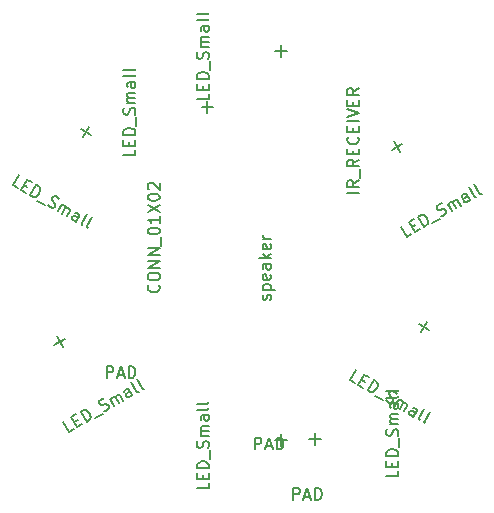
<source format=gbr>
G04 #@! TF.FileFunction,Other,Fab,Top*
%FSLAX46Y46*%
G04 Gerber Fmt 4.6, Leading zero omitted, Abs format (unit mm)*
G04 Created by KiCad (PCBNEW 4.0.4+dfsg1-stable) date Thu Jan 19 15:29:11 2017*
%MOMM*%
%LPD*%
G01*
G04 APERTURE LIST*
%ADD10C,0.100000*%
%ADD11C,0.150000*%
G04 APERTURE END LIST*
D10*
D11*
X14762981Y-5931443D02*
X13896956Y-5431443D01*
X14079968Y-6114456D02*
X14579968Y-5248430D01*
X5154100Y-14707300D02*
X5154100Y-15707300D01*
X5654100Y-15207300D02*
X4654100Y-15207300D01*
X2250000Y-15760000D02*
X2250000Y-14760000D01*
X1750000Y-15260000D02*
X2750000Y-15260000D01*
X-16062019Y-6681443D02*
X-16928044Y-7181443D01*
X-16245032Y-7364456D02*
X-16745032Y-6498430D01*
X-13812019Y10578557D02*
X-14678044Y11078557D01*
X-14495032Y10395544D02*
X-13995032Y11261570D01*
X-3973000Y12459400D02*
X-3973000Y13459400D01*
X-4473000Y12959400D02*
X-3473000Y12959400D01*
X2250000Y17196500D02*
X2250000Y18196500D01*
X1750000Y17696500D02*
X2750000Y17696500D01*
X12512981Y9828557D02*
X11646956Y9328557D01*
X12329968Y9145544D02*
X11829968Y10011570D01*
X-12508716Y-10025641D02*
X-12508716Y-9025641D01*
X-12127763Y-9025641D01*
X-12032525Y-9073260D01*
X-11984906Y-9120879D01*
X-11937287Y-9216117D01*
X-11937287Y-9358974D01*
X-11984906Y-9454212D01*
X-12032525Y-9501831D01*
X-12127763Y-9549450D01*
X-12508716Y-9549450D01*
X-11556335Y-9739927D02*
X-11080144Y-9739927D01*
X-11651573Y-10025641D02*
X-11318240Y-9025641D01*
X-10984906Y-10025641D01*
X-10651573Y-10025641D02*
X-10651573Y-9025641D01*
X-10413478Y-9025641D01*
X-10270620Y-9073260D01*
X-10175382Y-9168498D01*
X-10127763Y-9263736D01*
X-10080144Y-9454212D01*
X-10080144Y-9597070D01*
X-10127763Y-9787546D01*
X-10175382Y-9882784D01*
X-10270620Y-9978022D01*
X-10413478Y-10025641D01*
X-10651573Y-10025641D01*
X1331862Y-3401677D02*
X1379481Y-3306439D01*
X1379481Y-3115963D01*
X1331862Y-3020724D01*
X1236624Y-2973105D01*
X1189005Y-2973105D01*
X1093767Y-3020724D01*
X1046148Y-3115963D01*
X1046148Y-3258820D01*
X998529Y-3354058D01*
X903290Y-3401677D01*
X855671Y-3401677D01*
X760433Y-3354058D01*
X712814Y-3258820D01*
X712814Y-3115963D01*
X760433Y-3020724D01*
X712814Y-2544534D02*
X1712814Y-2544534D01*
X760433Y-2544534D02*
X712814Y-2449296D01*
X712814Y-2258819D01*
X760433Y-2163581D01*
X808052Y-2115962D01*
X903290Y-2068343D01*
X1189005Y-2068343D01*
X1284243Y-2115962D01*
X1331862Y-2163581D01*
X1379481Y-2258819D01*
X1379481Y-2449296D01*
X1331862Y-2544534D01*
X1331862Y-1258819D02*
X1379481Y-1354057D01*
X1379481Y-1544534D01*
X1331862Y-1639772D01*
X1236624Y-1687391D01*
X855671Y-1687391D01*
X760433Y-1639772D01*
X712814Y-1544534D01*
X712814Y-1354057D01*
X760433Y-1258819D01*
X855671Y-1211200D01*
X950910Y-1211200D01*
X1046148Y-1687391D01*
X1379481Y-354057D02*
X855671Y-354057D01*
X760433Y-401676D01*
X712814Y-496914D01*
X712814Y-687391D01*
X760433Y-782629D01*
X1331862Y-354057D02*
X1379481Y-449295D01*
X1379481Y-687391D01*
X1331862Y-782629D01*
X1236624Y-830248D01*
X1141386Y-830248D01*
X1046148Y-782629D01*
X998529Y-687391D01*
X998529Y-449295D01*
X950910Y-354057D01*
X1379481Y122133D02*
X379481Y122133D01*
X998529Y217371D02*
X1379481Y503086D01*
X712814Y503086D02*
X1093767Y122133D01*
X1331862Y1312610D02*
X1379481Y1217372D01*
X1379481Y1026895D01*
X1331862Y931657D01*
X1236624Y884038D01*
X855671Y884038D01*
X760433Y931657D01*
X712814Y1026895D01*
X712814Y1217372D01*
X760433Y1312610D01*
X855671Y1360229D01*
X950910Y1360229D01*
X1046148Y884038D01*
X1379481Y1788800D02*
X712814Y1788800D01*
X903290Y1788800D02*
X808052Y1836419D01*
X760433Y1884038D01*
X712814Y1979276D01*
X712814Y2074515D01*
X-8117857Y-2139309D02*
X-8070238Y-2186928D01*
X-8022619Y-2329785D01*
X-8022619Y-2425023D01*
X-8070238Y-2567881D01*
X-8165476Y-2663119D01*
X-8260714Y-2710738D01*
X-8451190Y-2758357D01*
X-8594048Y-2758357D01*
X-8784524Y-2710738D01*
X-8879762Y-2663119D01*
X-8975000Y-2567881D01*
X-9022619Y-2425023D01*
X-9022619Y-2329785D01*
X-8975000Y-2186928D01*
X-8927381Y-2139309D01*
X-9022619Y-1520262D02*
X-9022619Y-1329785D01*
X-8975000Y-1234547D01*
X-8879762Y-1139309D01*
X-8689286Y-1091690D01*
X-8355952Y-1091690D01*
X-8165476Y-1139309D01*
X-8070238Y-1234547D01*
X-8022619Y-1329785D01*
X-8022619Y-1520262D01*
X-8070238Y-1615500D01*
X-8165476Y-1710738D01*
X-8355952Y-1758357D01*
X-8689286Y-1758357D01*
X-8879762Y-1710738D01*
X-8975000Y-1615500D01*
X-9022619Y-1520262D01*
X-8022619Y-663119D02*
X-9022619Y-663119D01*
X-8022619Y-91690D01*
X-9022619Y-91690D01*
X-8022619Y384500D02*
X-9022619Y384500D01*
X-8022619Y955929D01*
X-9022619Y955929D01*
X-7927381Y1194024D02*
X-7927381Y1955929D01*
X-9022619Y2384500D02*
X-9022619Y2479739D01*
X-8975000Y2574977D01*
X-8927381Y2622596D01*
X-8832143Y2670215D01*
X-8641667Y2717834D01*
X-8403571Y2717834D01*
X-8213095Y2670215D01*
X-8117857Y2622596D01*
X-8070238Y2574977D01*
X-8022619Y2479739D01*
X-8022619Y2384500D01*
X-8070238Y2289262D01*
X-8117857Y2241643D01*
X-8213095Y2194024D01*
X-8403571Y2146405D01*
X-8641667Y2146405D01*
X-8832143Y2194024D01*
X-8927381Y2241643D01*
X-8975000Y2289262D01*
X-9022619Y2384500D01*
X-8022619Y3670215D02*
X-8022619Y3098786D01*
X-8022619Y3384500D02*
X-9022619Y3384500D01*
X-8879762Y3289262D01*
X-8784524Y3194024D01*
X-8736905Y3098786D01*
X-9022619Y4003548D02*
X-8022619Y4670215D01*
X-9022619Y4670215D02*
X-8022619Y4003548D01*
X-9022619Y5241643D02*
X-9022619Y5336882D01*
X-8975000Y5432120D01*
X-8927381Y5479739D01*
X-8832143Y5527358D01*
X-8641667Y5574977D01*
X-8403571Y5574977D01*
X-8213095Y5527358D01*
X-8117857Y5479739D01*
X-8070238Y5432120D01*
X-8022619Y5336882D01*
X-8022619Y5241643D01*
X-8070238Y5146405D01*
X-8117857Y5098786D01*
X-8213095Y5051167D01*
X-8403571Y5003548D01*
X-8641667Y5003548D01*
X-8832143Y5051167D01*
X-8927381Y5098786D01*
X-8975000Y5146405D01*
X-9022619Y5241643D01*
X-8927381Y5955929D02*
X-8975000Y6003548D01*
X-9022619Y6098786D01*
X-9022619Y6336882D01*
X-8975000Y6432120D01*
X-8927381Y6479739D01*
X-8832143Y6527358D01*
X-8736905Y6527358D01*
X-8594048Y6479739D01*
X-8022619Y5908310D01*
X-8022619Y6527358D01*
X8839461Y5671418D02*
X7839461Y5671418D01*
X8839461Y6719037D02*
X8363270Y6385703D01*
X8839461Y6147608D02*
X7839461Y6147608D01*
X7839461Y6528561D01*
X7887080Y6623799D01*
X7934699Y6671418D01*
X8029937Y6719037D01*
X8172794Y6719037D01*
X8268032Y6671418D01*
X8315651Y6623799D01*
X8363270Y6528561D01*
X8363270Y6147608D01*
X8934699Y6909513D02*
X8934699Y7671418D01*
X8839461Y8480942D02*
X8363270Y8147608D01*
X8839461Y7909513D02*
X7839461Y7909513D01*
X7839461Y8290466D01*
X7887080Y8385704D01*
X7934699Y8433323D01*
X8029937Y8480942D01*
X8172794Y8480942D01*
X8268032Y8433323D01*
X8315651Y8385704D01*
X8363270Y8290466D01*
X8363270Y7909513D01*
X8315651Y8909513D02*
X8315651Y9242847D01*
X8839461Y9385704D02*
X8839461Y8909513D01*
X7839461Y8909513D01*
X7839461Y9385704D01*
X8744223Y10385704D02*
X8791842Y10338085D01*
X8839461Y10195228D01*
X8839461Y10099990D01*
X8791842Y9957132D01*
X8696604Y9861894D01*
X8601366Y9814275D01*
X8410890Y9766656D01*
X8268032Y9766656D01*
X8077556Y9814275D01*
X7982318Y9861894D01*
X7887080Y9957132D01*
X7839461Y10099990D01*
X7839461Y10195228D01*
X7887080Y10338085D01*
X7934699Y10385704D01*
X8315651Y10814275D02*
X8315651Y11147609D01*
X8839461Y11290466D02*
X8839461Y10814275D01*
X7839461Y10814275D01*
X7839461Y11290466D01*
X8839461Y11719037D02*
X7839461Y11719037D01*
X7839461Y12052370D02*
X8839461Y12385703D01*
X7839461Y12719037D01*
X8315651Y13052370D02*
X8315651Y13385704D01*
X8839461Y13528561D02*
X8839461Y13052370D01*
X7839461Y13052370D01*
X7839461Y13528561D01*
X8839461Y14528561D02*
X8363270Y14195227D01*
X8839461Y13957132D02*
X7839461Y13957132D01*
X7839461Y14338085D01*
X7887080Y14433323D01*
X7934699Y14480942D01*
X8029937Y14528561D01*
X8172794Y14528561D01*
X8268032Y14480942D01*
X8315651Y14433323D01*
X8363270Y14338085D01*
X8363270Y13957132D01*
X3277384Y-20335501D02*
X3277384Y-19335501D01*
X3658337Y-19335501D01*
X3753575Y-19383120D01*
X3801194Y-19430739D01*
X3848813Y-19525977D01*
X3848813Y-19668834D01*
X3801194Y-19764072D01*
X3753575Y-19811691D01*
X3658337Y-19859310D01*
X3277384Y-19859310D01*
X4229765Y-20049787D02*
X4705956Y-20049787D01*
X4134527Y-20335501D02*
X4467860Y-19335501D01*
X4801194Y-20335501D01*
X5134527Y-20335501D02*
X5134527Y-19335501D01*
X5372622Y-19335501D01*
X5515480Y-19383120D01*
X5610718Y-19478358D01*
X5658337Y-19573596D01*
X5705956Y-19764072D01*
X5705956Y-19906930D01*
X5658337Y-20097406D01*
X5610718Y-20192644D01*
X5515480Y-20287882D01*
X5372622Y-20335501D01*
X5134527Y-20335501D01*
X16024Y-16060681D02*
X16024Y-15060681D01*
X396977Y-15060681D01*
X492215Y-15108300D01*
X539834Y-15155919D01*
X587453Y-15251157D01*
X587453Y-15394014D01*
X539834Y-15489252D01*
X492215Y-15536871D01*
X396977Y-15584490D01*
X16024Y-15584490D01*
X968405Y-15774967D02*
X1444596Y-15774967D01*
X873167Y-16060681D02*
X1206500Y-15060681D01*
X1539834Y-16060681D01*
X1873167Y-16060681D02*
X1873167Y-15060681D01*
X2111262Y-15060681D01*
X2254120Y-15108300D01*
X2349358Y-15203538D01*
X2396977Y-15298776D01*
X2444596Y-15489252D01*
X2444596Y-15632110D01*
X2396977Y-15822586D01*
X2349358Y-15917824D01*
X2254120Y-16013062D01*
X2111262Y-16060681D01*
X1873167Y-16060681D01*
X8520604Y-10433843D02*
X8108211Y-10195747D01*
X8608211Y-9329722D01*
X9071184Y-10146877D02*
X9359860Y-10313544D01*
X9221673Y-10838605D02*
X8809279Y-10600509D01*
X9309279Y-9734484D01*
X9721673Y-9972580D01*
X9592826Y-11052890D02*
X10092826Y-10186865D01*
X10299023Y-10305913D01*
X10398932Y-10418581D01*
X10433791Y-10548678D01*
X10427411Y-10654966D01*
X10373413Y-10843733D01*
X10301984Y-10967452D01*
X10165506Y-11108599D01*
X10076648Y-11167268D01*
X9946551Y-11202128D01*
X9799023Y-11171938D01*
X9592826Y-11052890D01*
X10205036Y-11516321D02*
X10864865Y-11897274D01*
X11101251Y-11868794D02*
X11201159Y-11981462D01*
X11407356Y-12100510D01*
X11513644Y-12106890D01*
X11578693Y-12089460D01*
X11667551Y-12030791D01*
X11715170Y-11948312D01*
X11721550Y-11842024D01*
X11704120Y-11776976D01*
X11645452Y-11688116D01*
X11504303Y-11551639D01*
X11445634Y-11462780D01*
X11428205Y-11397732D01*
X11434584Y-11291444D01*
X11482203Y-11208965D01*
X11571062Y-11150296D01*
X11636110Y-11132866D01*
X11742398Y-11139246D01*
X11948596Y-11258294D01*
X12048504Y-11370962D01*
X11943467Y-12410033D02*
X12276800Y-11832683D01*
X12229181Y-11915161D02*
X12294230Y-11897732D01*
X12400518Y-11904111D01*
X12524237Y-11975540D01*
X12582906Y-12064399D01*
X12576526Y-12170687D01*
X12314621Y-12624319D01*
X12576526Y-12170687D02*
X12665384Y-12112018D01*
X12771672Y-12118397D01*
X12895390Y-12189826D01*
X12954059Y-12278684D01*
X12947679Y-12384972D01*
X12685774Y-12838605D01*
X13469321Y-13290986D02*
X13731226Y-12837353D01*
X13737606Y-12731065D01*
X13678937Y-12642207D01*
X13513979Y-12546968D01*
X13407691Y-12540589D01*
X13493131Y-13249747D02*
X13386843Y-13243367D01*
X13180646Y-13124319D01*
X13121977Y-13035461D01*
X13128356Y-12929173D01*
X13175975Y-12846694D01*
X13264834Y-12788025D01*
X13371122Y-12794405D01*
X13577319Y-12913453D01*
X13683607Y-12919833D01*
X14005432Y-13600509D02*
X13946763Y-13511651D01*
X13953142Y-13405363D01*
X14381714Y-12663056D01*
X14459065Y-13862414D02*
X14400396Y-13773556D01*
X14406775Y-13667268D01*
X14835347Y-12924961D01*
X12174481Y-17862157D02*
X12174481Y-18338348D01*
X11174481Y-18338348D01*
X11650671Y-17528824D02*
X11650671Y-17195490D01*
X12174481Y-17052633D02*
X12174481Y-17528824D01*
X11174481Y-17528824D01*
X11174481Y-17052633D01*
X12174481Y-16624062D02*
X11174481Y-16624062D01*
X11174481Y-16385967D01*
X11222100Y-16243109D01*
X11317338Y-16147871D01*
X11412576Y-16100252D01*
X11603052Y-16052633D01*
X11745910Y-16052633D01*
X11936386Y-16100252D01*
X12031624Y-16147871D01*
X12126862Y-16243109D01*
X12174481Y-16385967D01*
X12174481Y-16624062D01*
X12269719Y-15862157D02*
X12269719Y-15100252D01*
X12126862Y-14909776D02*
X12174481Y-14766919D01*
X12174481Y-14528823D01*
X12126862Y-14433585D01*
X12079243Y-14385966D01*
X11984005Y-14338347D01*
X11888767Y-14338347D01*
X11793529Y-14385966D01*
X11745910Y-14433585D01*
X11698290Y-14528823D01*
X11650671Y-14719300D01*
X11603052Y-14814538D01*
X11555433Y-14862157D01*
X11460195Y-14909776D01*
X11364957Y-14909776D01*
X11269719Y-14862157D01*
X11222100Y-14814538D01*
X11174481Y-14719300D01*
X11174481Y-14481204D01*
X11222100Y-14338347D01*
X12174481Y-13909776D02*
X11507814Y-13909776D01*
X11603052Y-13909776D02*
X11555433Y-13862157D01*
X11507814Y-13766919D01*
X11507814Y-13624061D01*
X11555433Y-13528823D01*
X11650671Y-13481204D01*
X12174481Y-13481204D01*
X11650671Y-13481204D02*
X11555433Y-13433585D01*
X11507814Y-13338347D01*
X11507814Y-13195490D01*
X11555433Y-13100252D01*
X11650671Y-13052633D01*
X12174481Y-13052633D01*
X12174481Y-12147871D02*
X11650671Y-12147871D01*
X11555433Y-12195490D01*
X11507814Y-12290728D01*
X11507814Y-12481205D01*
X11555433Y-12576443D01*
X12126862Y-12147871D02*
X12174481Y-12243109D01*
X12174481Y-12481205D01*
X12126862Y-12576443D01*
X12031624Y-12624062D01*
X11936386Y-12624062D01*
X11841148Y-12576443D01*
X11793529Y-12481205D01*
X11793529Y-12243109D01*
X11745910Y-12147871D01*
X12174481Y-11528824D02*
X12126862Y-11624062D01*
X12031624Y-11671681D01*
X11174481Y-11671681D01*
X12174481Y-11005014D02*
X12126862Y-11100252D01*
X12031624Y-11147871D01*
X11174481Y-11147871D01*
X-3865619Y-18890857D02*
X-3865619Y-19367048D01*
X-4865619Y-19367048D01*
X-4389429Y-18557524D02*
X-4389429Y-18224190D01*
X-3865619Y-18081333D02*
X-3865619Y-18557524D01*
X-4865619Y-18557524D01*
X-4865619Y-18081333D01*
X-3865619Y-17652762D02*
X-4865619Y-17652762D01*
X-4865619Y-17414667D01*
X-4818000Y-17271809D01*
X-4722762Y-17176571D01*
X-4627524Y-17128952D01*
X-4437048Y-17081333D01*
X-4294190Y-17081333D01*
X-4103714Y-17128952D01*
X-4008476Y-17176571D01*
X-3913238Y-17271809D01*
X-3865619Y-17414667D01*
X-3865619Y-17652762D01*
X-3770381Y-16890857D02*
X-3770381Y-16128952D01*
X-3913238Y-15938476D02*
X-3865619Y-15795619D01*
X-3865619Y-15557523D01*
X-3913238Y-15462285D01*
X-3960857Y-15414666D01*
X-4056095Y-15367047D01*
X-4151333Y-15367047D01*
X-4246571Y-15414666D01*
X-4294190Y-15462285D01*
X-4341810Y-15557523D01*
X-4389429Y-15748000D01*
X-4437048Y-15843238D01*
X-4484667Y-15890857D01*
X-4579905Y-15938476D01*
X-4675143Y-15938476D01*
X-4770381Y-15890857D01*
X-4818000Y-15843238D01*
X-4865619Y-15748000D01*
X-4865619Y-15509904D01*
X-4818000Y-15367047D01*
X-3865619Y-14938476D02*
X-4532286Y-14938476D01*
X-4437048Y-14938476D02*
X-4484667Y-14890857D01*
X-4532286Y-14795619D01*
X-4532286Y-14652761D01*
X-4484667Y-14557523D01*
X-4389429Y-14509904D01*
X-3865619Y-14509904D01*
X-4389429Y-14509904D02*
X-4484667Y-14462285D01*
X-4532286Y-14367047D01*
X-4532286Y-14224190D01*
X-4484667Y-14128952D01*
X-4389429Y-14081333D01*
X-3865619Y-14081333D01*
X-3865619Y-13176571D02*
X-4389429Y-13176571D01*
X-4484667Y-13224190D01*
X-4532286Y-13319428D01*
X-4532286Y-13509905D01*
X-4484667Y-13605143D01*
X-3913238Y-13176571D02*
X-3865619Y-13271809D01*
X-3865619Y-13509905D01*
X-3913238Y-13605143D01*
X-4008476Y-13652762D01*
X-4103714Y-13652762D01*
X-4198952Y-13605143D01*
X-4246571Y-13509905D01*
X-4246571Y-13271809D01*
X-4294190Y-13176571D01*
X-3865619Y-12557524D02*
X-3913238Y-12652762D01*
X-4008476Y-12700381D01*
X-4865619Y-12700381D01*
X-3865619Y-12033714D02*
X-3913238Y-12128952D01*
X-4008476Y-12176571D01*
X-4865619Y-12176571D01*
X-15284015Y-14338700D02*
X-15696408Y-14576795D01*
X-16196408Y-13710770D01*
X-15257245Y-13718401D02*
X-14968569Y-13551734D01*
X-14582946Y-13933938D02*
X-14995340Y-14172033D01*
X-15495340Y-13306008D01*
X-15082946Y-13067913D01*
X-14211793Y-13719652D02*
X-14711793Y-12853627D01*
X-14505596Y-12734580D01*
X-14358068Y-12704390D01*
X-14227971Y-12739249D01*
X-14139113Y-12797918D01*
X-14002635Y-12939066D01*
X-13931206Y-13062785D01*
X-13877208Y-13251551D01*
X-13870828Y-13357839D01*
X-13905687Y-13487937D01*
X-14005596Y-13600605D01*
X-14211793Y-13719652D01*
X-13504345Y-13421178D02*
X-12844516Y-13040226D01*
X-12750987Y-12821270D02*
X-12603460Y-12791081D01*
X-12397263Y-12672033D01*
X-12338594Y-12583175D01*
X-12321164Y-12518126D01*
X-12327544Y-12411838D01*
X-12375163Y-12329359D01*
X-12464021Y-12270690D01*
X-12529070Y-12253261D01*
X-12635358Y-12259639D01*
X-12824125Y-12313639D01*
X-12930414Y-12320018D01*
X-12995462Y-12302589D01*
X-13084321Y-12243920D01*
X-13131940Y-12161441D01*
X-13138319Y-12055153D01*
X-13120890Y-11990104D01*
X-13062220Y-11901246D01*
X-12856023Y-11782198D01*
X-12708496Y-11752009D01*
X-11861152Y-12362509D02*
X-12194486Y-11785159D01*
X-12146867Y-11867637D02*
X-12129437Y-11802589D01*
X-12070768Y-11713730D01*
X-11947049Y-11642301D01*
X-11840761Y-11635922D01*
X-11751903Y-11694591D01*
X-11489998Y-12148223D01*
X-11751903Y-11694591D02*
X-11758283Y-11588303D01*
X-11699614Y-11499444D01*
X-11575896Y-11428016D01*
X-11469608Y-11421636D01*
X-11380750Y-11480305D01*
X-11118845Y-11933938D01*
X-10335298Y-11481557D02*
X-10597203Y-11027924D01*
X-10686061Y-10969255D01*
X-10792349Y-10975635D01*
X-10957307Y-11070873D01*
X-11015976Y-11159732D01*
X-10359107Y-11440318D02*
X-10417776Y-11529176D01*
X-10623973Y-11648224D01*
X-10730261Y-11654604D01*
X-10819120Y-11595935D01*
X-10866739Y-11513456D01*
X-10873118Y-11407168D01*
X-10814449Y-11318310D01*
X-10608252Y-11199262D01*
X-10549583Y-11110404D01*
X-9799187Y-11172033D02*
X-9905475Y-11178413D01*
X-9994334Y-11119744D01*
X-10422905Y-10377437D01*
X-9345554Y-10910128D02*
X-9451842Y-10916508D01*
X-9540701Y-10857839D01*
X-9969272Y-10115532D01*
X-20054396Y6076157D02*
X-20466789Y6314253D01*
X-19966789Y7180278D01*
X-19503816Y6363123D02*
X-19215140Y6196456D01*
X-19353327Y5671395D02*
X-19765721Y5909491D01*
X-19265721Y6775516D01*
X-18853327Y6537420D01*
X-18982174Y5457110D02*
X-18482174Y6323135D01*
X-18275977Y6204087D01*
X-18176068Y6091419D01*
X-18141209Y5961322D01*
X-18147589Y5855034D01*
X-18201587Y5666267D01*
X-18273016Y5542548D01*
X-18409494Y5401401D01*
X-18498352Y5342732D01*
X-18628449Y5307872D01*
X-18775977Y5338062D01*
X-18982174Y5457110D01*
X-18369964Y4993679D02*
X-17710135Y4612726D01*
X-17473749Y4641206D02*
X-17373841Y4528538D01*
X-17167644Y4409490D01*
X-17061356Y4403110D01*
X-16996307Y4420540D01*
X-16907449Y4479209D01*
X-16859830Y4561688D01*
X-16853450Y4667976D01*
X-16870880Y4733024D01*
X-16929548Y4821884D01*
X-17070697Y4958361D01*
X-17129366Y5047220D01*
X-17146795Y5112268D01*
X-17140416Y5218556D01*
X-17092797Y5301035D01*
X-17003938Y5359704D01*
X-16938890Y5377134D01*
X-16832602Y5370754D01*
X-16626404Y5251706D01*
X-16526496Y5139038D01*
X-16631533Y4099967D02*
X-16298200Y4677317D01*
X-16345819Y4594839D02*
X-16280770Y4612268D01*
X-16174482Y4605889D01*
X-16050763Y4534460D01*
X-15992094Y4445601D01*
X-15998474Y4339313D01*
X-16260379Y3885681D01*
X-15998474Y4339313D02*
X-15909616Y4397982D01*
X-15803328Y4391603D01*
X-15679610Y4320174D01*
X-15620941Y4231316D01*
X-15627321Y4125028D01*
X-15889226Y3671395D01*
X-15105679Y3219014D02*
X-14843774Y3672647D01*
X-14837394Y3778935D01*
X-14896063Y3867793D01*
X-15061021Y3963032D01*
X-15167309Y3969411D01*
X-15081869Y3260253D02*
X-15188157Y3266633D01*
X-15394354Y3385681D01*
X-15453023Y3474539D01*
X-15446644Y3580827D01*
X-15399025Y3663306D01*
X-15310166Y3721975D01*
X-15203878Y3715595D01*
X-14997681Y3596547D01*
X-14891393Y3590167D01*
X-14569568Y2909491D02*
X-14628237Y2998349D01*
X-14621858Y3104637D01*
X-14193286Y3846944D01*
X-14115935Y2647586D02*
X-14174604Y2736444D01*
X-14168225Y2842732D01*
X-13739653Y3585039D01*
X-10088619Y9328543D02*
X-10088619Y8852352D01*
X-11088619Y8852352D01*
X-10612429Y9661876D02*
X-10612429Y9995210D01*
X-10088619Y10138067D02*
X-10088619Y9661876D01*
X-11088619Y9661876D01*
X-11088619Y10138067D01*
X-10088619Y10566638D02*
X-11088619Y10566638D01*
X-11088619Y10804733D01*
X-11041000Y10947591D01*
X-10945762Y11042829D01*
X-10850524Y11090448D01*
X-10660048Y11138067D01*
X-10517190Y11138067D01*
X-10326714Y11090448D01*
X-10231476Y11042829D01*
X-10136238Y10947591D01*
X-10088619Y10804733D01*
X-10088619Y10566638D01*
X-9993381Y11328543D02*
X-9993381Y12090448D01*
X-10136238Y12280924D02*
X-10088619Y12423781D01*
X-10088619Y12661877D01*
X-10136238Y12757115D01*
X-10183857Y12804734D01*
X-10279095Y12852353D01*
X-10374333Y12852353D01*
X-10469571Y12804734D01*
X-10517190Y12757115D01*
X-10564810Y12661877D01*
X-10612429Y12471400D01*
X-10660048Y12376162D01*
X-10707667Y12328543D01*
X-10802905Y12280924D01*
X-10898143Y12280924D01*
X-10993381Y12328543D01*
X-11041000Y12376162D01*
X-11088619Y12471400D01*
X-11088619Y12709496D01*
X-11041000Y12852353D01*
X-10088619Y13280924D02*
X-10755286Y13280924D01*
X-10660048Y13280924D02*
X-10707667Y13328543D01*
X-10755286Y13423781D01*
X-10755286Y13566639D01*
X-10707667Y13661877D01*
X-10612429Y13709496D01*
X-10088619Y13709496D01*
X-10612429Y13709496D02*
X-10707667Y13757115D01*
X-10755286Y13852353D01*
X-10755286Y13995210D01*
X-10707667Y14090448D01*
X-10612429Y14138067D01*
X-10088619Y14138067D01*
X-10088619Y15042829D02*
X-10612429Y15042829D01*
X-10707667Y14995210D01*
X-10755286Y14899972D01*
X-10755286Y14709495D01*
X-10707667Y14614257D01*
X-10136238Y15042829D02*
X-10088619Y14947591D01*
X-10088619Y14709495D01*
X-10136238Y14614257D01*
X-10231476Y14566638D01*
X-10326714Y14566638D01*
X-10421952Y14614257D01*
X-10469571Y14709495D01*
X-10469571Y14947591D01*
X-10517190Y15042829D01*
X-10088619Y15661876D02*
X-10136238Y15566638D01*
X-10231476Y15519019D01*
X-11088619Y15519019D01*
X-10088619Y16185686D02*
X-10136238Y16090448D01*
X-10231476Y16042829D01*
X-11088619Y16042829D01*
X-3865619Y14065643D02*
X-3865619Y13589452D01*
X-4865619Y13589452D01*
X-4389429Y14398976D02*
X-4389429Y14732310D01*
X-3865619Y14875167D02*
X-3865619Y14398976D01*
X-4865619Y14398976D01*
X-4865619Y14875167D01*
X-3865619Y15303738D02*
X-4865619Y15303738D01*
X-4865619Y15541833D01*
X-4818000Y15684691D01*
X-4722762Y15779929D01*
X-4627524Y15827548D01*
X-4437048Y15875167D01*
X-4294190Y15875167D01*
X-4103714Y15827548D01*
X-4008476Y15779929D01*
X-3913238Y15684691D01*
X-3865619Y15541833D01*
X-3865619Y15303738D01*
X-3770381Y16065643D02*
X-3770381Y16827548D01*
X-3913238Y17018024D02*
X-3865619Y17160881D01*
X-3865619Y17398977D01*
X-3913238Y17494215D01*
X-3960857Y17541834D01*
X-4056095Y17589453D01*
X-4151333Y17589453D01*
X-4246571Y17541834D01*
X-4294190Y17494215D01*
X-4341810Y17398977D01*
X-4389429Y17208500D01*
X-4437048Y17113262D01*
X-4484667Y17065643D01*
X-4579905Y17018024D01*
X-4675143Y17018024D01*
X-4770381Y17065643D01*
X-4818000Y17113262D01*
X-4865619Y17208500D01*
X-4865619Y17446596D01*
X-4818000Y17589453D01*
X-3865619Y18018024D02*
X-4532286Y18018024D01*
X-4437048Y18018024D02*
X-4484667Y18065643D01*
X-4532286Y18160881D01*
X-4532286Y18303739D01*
X-4484667Y18398977D01*
X-4389429Y18446596D01*
X-3865619Y18446596D01*
X-4389429Y18446596D02*
X-4484667Y18494215D01*
X-4532286Y18589453D01*
X-4532286Y18732310D01*
X-4484667Y18827548D01*
X-4389429Y18875167D01*
X-3865619Y18875167D01*
X-3865619Y19779929D02*
X-4389429Y19779929D01*
X-4484667Y19732310D01*
X-4532286Y19637072D01*
X-4532286Y19446595D01*
X-4484667Y19351357D01*
X-3913238Y19779929D02*
X-3865619Y19684691D01*
X-3865619Y19446595D01*
X-3913238Y19351357D01*
X-4008476Y19303738D01*
X-4103714Y19303738D01*
X-4198952Y19351357D01*
X-4246571Y19446595D01*
X-4246571Y19684691D01*
X-4294190Y19779929D01*
X-3865619Y20398976D02*
X-3913238Y20303738D01*
X-4008476Y20256119D01*
X-4865619Y20256119D01*
X-3865619Y20922786D02*
X-3913238Y20827548D01*
X-4008476Y20779929D01*
X-4865619Y20779929D01*
X13290985Y2171300D02*
X12878592Y1933205D01*
X12378592Y2799230D01*
X13317755Y2791599D02*
X13606431Y2958266D01*
X13992054Y2576062D02*
X13579660Y2337967D01*
X13079660Y3203992D01*
X13492054Y3442087D01*
X14363207Y2790348D02*
X13863207Y3656373D01*
X14069404Y3775420D01*
X14216932Y3805610D01*
X14347029Y3770751D01*
X14435887Y3712082D01*
X14572365Y3570934D01*
X14643794Y3447215D01*
X14697792Y3258449D01*
X14704172Y3152161D01*
X14669313Y3022063D01*
X14569404Y2909395D01*
X14363207Y2790348D01*
X15070655Y3088822D02*
X15730484Y3469774D01*
X15824013Y3688730D02*
X15971540Y3718919D01*
X16177737Y3837967D01*
X16236406Y3926825D01*
X16253836Y3991874D01*
X16247456Y4098162D01*
X16199837Y4180641D01*
X16110979Y4239310D01*
X16045930Y4256739D01*
X15939642Y4250361D01*
X15750875Y4196361D01*
X15644586Y4189982D01*
X15579538Y4207411D01*
X15490679Y4266080D01*
X15443060Y4348559D01*
X15436681Y4454847D01*
X15454110Y4519896D01*
X15512780Y4608754D01*
X15718977Y4727802D01*
X15866504Y4757991D01*
X16713848Y4147491D02*
X16380514Y4724841D01*
X16428133Y4642363D02*
X16445563Y4707411D01*
X16504232Y4796270D01*
X16627951Y4867699D01*
X16734239Y4874078D01*
X16823097Y4815409D01*
X17085002Y4361777D01*
X16823097Y4815409D02*
X16816717Y4921697D01*
X16875386Y5010556D01*
X16999104Y5081984D01*
X17105392Y5088364D01*
X17194250Y5029695D01*
X17456155Y4576062D01*
X18239702Y5028443D02*
X17977797Y5482076D01*
X17888939Y5540745D01*
X17782651Y5534365D01*
X17617693Y5439127D01*
X17559024Y5350268D01*
X18215893Y5069682D02*
X18157224Y4980824D01*
X17951027Y4861776D01*
X17844739Y4855396D01*
X17755880Y4914065D01*
X17708261Y4996544D01*
X17701882Y5102832D01*
X17760551Y5191690D01*
X17966748Y5310738D01*
X18025417Y5399596D01*
X18775813Y5337967D02*
X18669525Y5331587D01*
X18580666Y5390256D01*
X18152095Y6132563D01*
X19229446Y5599872D02*
X19123158Y5593492D01*
X19034299Y5652161D01*
X18605728Y6394468D01*
M02*

</source>
